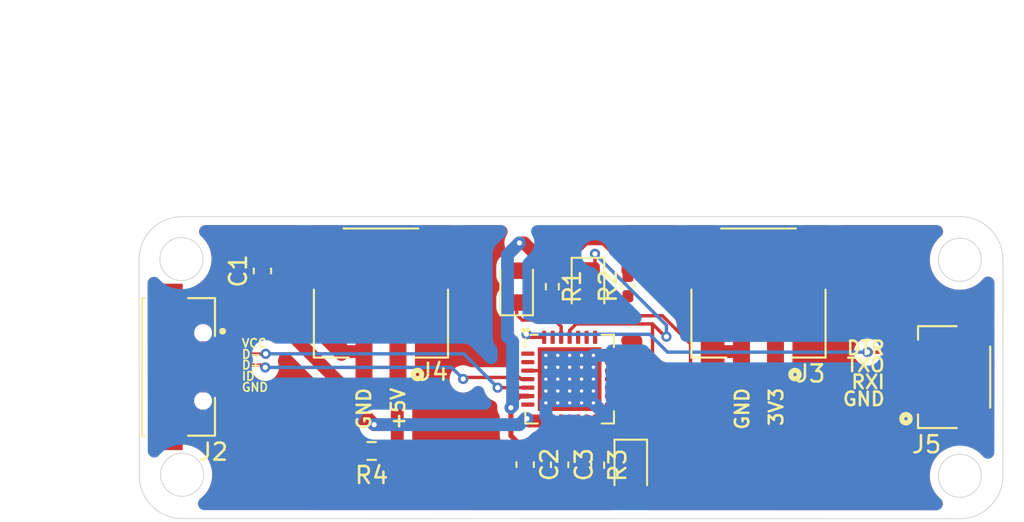
<source format=kicad_pcb>
(kicad_pcb (version 20241229) (generator "pcbnew") (generator_version "9.0")
  (layers (0 "F.Cu" signal) (2 "B.Cu" signal) (13 "F.Paste" user) (15 "B.Paste" user) (5 "F.SilkS" user "F.Silkscreen") (7 "B.SilkS" user "B.Silkscreen") (1 "F.Mask" user) (3 "B.Mask" user) (25 "Edge.Cuts" user))
  (net 0 "")
  (net 9 "GND")
  (net 10 "RXI")
  (net 11 "DTR")
  (net 12 "D+")
  (net 13 "Net-(D3-A)")
  (net 14 "Net-(D2-A)")
  (net 15 "TXO")
  (net 27 "D-")
  (net 28 "Net-(D1-A)")
  (net 29 "~{SUSPEND}")
  (net 30 "VDD")
  (net 31 "+5V")
  (net 32 "VCC")
  (footprint "Resistor_SMD:R_0603_1608Metric_Pad0.98x0.95mm_HandSolder" (layer "F.Cu") (at 33.7 33.8 180)
    (property "Reference" "R4" (at 0 -1.43 180) (layer "F.SilkS"))
    (property "Value" "470")
    (fp_line (start -0.254724 0.5225) (end 0.254724 0.5225) (stroke (width 0.12)) (layer "F.SilkS"))
    (fp_line (start -0.254724 -0.5225) (end 0.254724 -0.5225) (stroke (width 0.12)) (layer "F.SilkS"))
    (pad "1" smd roundrect (at -0.9125 0 180) (size 0.975 0.95) (layers "F.Cu" "F.Mask" "F.Paste") (net 31 "+5V"))
    (pad "2" smd roundrect (at 0.9125 0 180) (size 0.975 0.95) (layers "F.Cu" "F.Mask" "F.Paste") (net 32 "VCC"))
  )
  (footprint "Resistor_SMD:R_0402_1005Metric_Pad0.72x0.64mm_HandSolder" (layer "F.Cu") (at 44.34 24.1225 -90)
    (property "Reference" "R1" (at 0 -1.17 270) (layer "F.SilkS"))
    (property "Value" "1k")
    (fp_line (start -0.167621 0.38) (end 0.167621 0.38) (stroke (width 0.12)) (layer "F.SilkS"))
    (fp_line (start -0.167621 -0.38) (end 0.167621 -0.38) (stroke (width 0.12)) (layer "F.SilkS"))
    (pad "1" smd roundrect (at -0.5975 0 270) (size 0.715 0.64) (layers "F.Cu" "F.Mask" "F.Paste") (net 30 "VDD"))
    (pad "2" smd roundrect (at 0.5975 0 270) (size 0.715 0.64) (layers "F.Cu" "F.Mask" "F.Paste") (net 28 "Net-(D1-A)"))
  )
  (footprint "LED_SMD:LED_0805_2012Metric" (layer "F.Cu") (at 48.96 34.82 -90)
    (property "Reference" "D3" (hide yes))
    (property "Value" "LED" (hide yes))
    (fp_line (start -1.685 0.96) (end 1 0.96) (stroke (width 0.12)) (layer "F.SilkS"))
    (fp_line (start -1.685 -0.96) (end -1.685 0.96) (stroke (width 0.12)) (layer "F.SilkS"))
    (fp_line (start 1 -0.96) (end -1.685 -0.96) (stroke (width 0.12)) (layer "F.SilkS"))
    (pad "1" smd roundrect (at -0.9375 0 270) (size 0.975 1.4) (layers "F.Cu" "F.Mask" "F.Paste") (net 9 "GND"))
    (pad "2" smd roundrect (at 0.9375 0 270) (size 0.975 1.4) (layers "F.Cu" "F.Mask" "F.Paste") (net 13 "Net-(D3-A)"))
  )
  (footprint "Capacitor_SMD:C_0603_1608Metric_Pad1.08x0.95mm_HandSolder" (layer "F.Cu") (at 27.27 23.2 90)
    (property "Reference" "C1" (at 0 -1.43 90) (layer "F.SilkS"))
    (property "Value" "100nF")
    (fp_line (start -0.146267 -0.51) (end 0.146267 -0.51) (stroke (width 0.12)) (layer "F.SilkS"))
    (fp_line (start -0.146267 0.51) (end 0.146267 0.51) (stroke (width 0.12)) (layer "F.SilkS"))
    (pad "1" smd roundrect (at -0.8625 0 90) (size 1.075 0.95) (layers "F.Cu" "F.Mask" "F.Paste") (net 32 "VCC"))
    (pad "2" smd roundrect (at 0.8625 0 90) (size 1.075 0.95) (layers "F.Cu" "F.Mask" "F.Paste") (net 9 "GND"))
  )
  (footprint "Capacitor_SMD:C_0603_1608Metric_Pad1.08x0.95mm_HandSolder" (layer "F.Cu") (at 44.77 34.61 -90)
    (property "Reference" "C3" (at 0 -1.43 90) (layer "F.SilkS"))
    (property "Value" "100nF")
    (fp_line (start -0.146267 0.51) (end 0.146267 0.51) (stroke (width 0.12)) (layer "F.SilkS"))
    (fp_line (start -0.146267 -0.51) (end 0.146267 -0.51) (stroke (width 0.12)) (layer "F.SilkS"))
    (pad "1" smd roundrect (at -0.8625 0 270) (size 1.075 0.95) (layers "F.Cu" "F.Mask" "F.Paste") (net 32 "VCC"))
    (pad "2" smd roundrect (at 0.8625 0 270) (size 1.075 0.95) (layers "F.Cu" "F.Mask" "F.Paste") (net 9 "GND"))
  )
  (footprint "Resistor_SMD:R_0402_1005Metric_Pad0.72x0.64mm_HandSolder" (layer "F.Cu") (at 47.01 34.64 -90)
    (property "Reference" "R3" (at 0 -1.17 270) (layer "F.SilkS"))
    (property "Value" "1k")
    (fp_line (start -0.167621 0.38) (end 0.167621 0.38) (stroke (width 0.12)) (layer "F.SilkS"))
    (fp_line (start -0.167621 -0.38) (end 0.167621 -0.38) (stroke (width 0.12)) (layer "F.SilkS"))
    (pad "1" smd roundrect (at -0.5975 0 270) (size 0.715 0.64) (layers "F.Cu" "F.Mask" "F.Paste") (net 29 "~{SUSPEND}"))
    (pad "2" smd roundrect (at 0.5975 0 270) (size 0.715 0.64) (layers "F.Cu" "F.Mask" "F.Paste") (net 13 "Net-(D3-A)"))
  )
  (footprint "Package_DFN_QFN:QFN-28-1EP_5x5mm_P0.5mm_EP3.75x3.75mm_ThermalVias" (layer "F.Cu") (at 45.36 29.57)
    (property "Reference" "U1" (hide yes))
    (property "Value" "CP2102" (hide yes))
    (fp_line (start -2.61 -1.885) (end -2.61 -2.37) (stroke (width 0.12)) (layer "F.SilkS"))
    (fp_line (start -2.61 2.61) (end -2.61 1.885) (stroke (width 0.12)) (layer "F.SilkS"))
    (fp_line (start -1.885 -2.61) (end -2.31 -2.61) (stroke (width 0.12)) (layer "F.SilkS"))
    (fp_line (start -1.885 2.61) (end -2.61 2.61) (stroke (width 0.12)) (layer "F.SilkS"))
    (fp_line (start 1.885 -2.61) (end 2.61 -2.61) (stroke (width 0.12)) (layer "F.SilkS"))
    (fp_line (start 1.885 2.61) (end 2.61 2.61) (stroke (width 0.12)) (layer "F.SilkS"))
    (fp_line (start 2.61 -2.61) (end 2.61 -1.885) (stroke (width 0.12)) (layer "F.SilkS"))
    (fp_line (start 2.61 2.61) (end 2.61 1.885) (stroke (width 0.12)) (layer "F.SilkS"))
    (fp_poly (pts (xy -2.61 -2.61) (xy -2.85 -2.94) (xy -2.37 -2.94) (xy -2.61 -2.61)) (stroke (width 0.12)) (fill yes) (layer "F.SilkS"))
    (pad "1" smd roundrect (at -2.4625 -1.5) (size 0.775 0.25) (layers "F.Cu" "F.Mask" "F.Paste"))
    (pad "2" smd roundrect (at -2.4625 -1) (size 0.775 0.25) (layers "F.Cu" "F.Mask" "F.Paste"))
    (pad "3" smd roundrect (at -2.4625 -0.5) (size 0.775 0.25) (layers "F.Cu" "F.Mask" "F.Paste") (net 9 "GND"))
    (pad "4" smd roundrect (at -2.4625 0) (size 0.775 0.25) (layers "F.Cu" "F.Mask" "F.Paste") (net 12 "D+"))
    (pad "5" smd roundrect (at -2.4625 0.5) (size 0.775 0.25) (layers "F.Cu" "F.Mask" "F.Paste") (net 27 "D-"))
    (pad "6" smd roundrect (at -2.4625 1) (size 0.775 0.25) (layers "F.Cu" "F.Mask" "F.Paste") (net 30 "VDD"))
    (pad "7" smd roundrect (at -2.4625 1.5) (size 0.775 0.25) (layers "F.Cu" "F.Mask" "F.Paste"))
    (pad "8" smd roundrect (at -1.5 2.4625) (size 0.25 0.775) (layers "F.Cu" "F.Mask" "F.Paste") (net 32 "VCC"))
    (pad "9" smd roundrect (at -1 2.4625) (size 0.25 0.775) (layers "F.Cu" "F.Mask" "F.Paste") (net 32 "VCC"))
    (pad "10" smd roundrect (at -0.5 2.4625) (size 0.25 0.775) (layers "F.Cu" "F.Mask" "F.Paste"))
    (pad "11" smd roundrect (at 0 2.4625) (size 0.25 0.775) (layers "F.Cu" "F.Mask" "F.Paste") (net 29 "~{SUSPEND}"))
    (pad "12" smd roundrect (at 0.5 2.4625) (size 0.25 0.775) (layers "F.Cu" "F.Mask" "F.Paste"))
    (pad "13" smd roundrect (at 1 2.4625) (size 0.25 0.775) (layers "F.Cu" "F.Mask" "F.Paste"))
    (pad "14" smd roundrect (at 1.5 2.4625) (size 0.25 0.775) (layers "F.Cu" "F.Mask" "F.Paste"))
    (pad "15" smd roundrect (at 2.4625 1.5) (size 0.775 0.25) (layers "F.Cu" "F.Mask" "F.Paste"))
    (pad "16" smd roundrect (at 2.4625 1) (size 0.775 0.25) (layers "F.Cu" "F.Mask" "F.Paste"))
    (pad "17" smd roundrect (at 2.4625 0.5) (size 0.775 0.25) (layers "F.Cu" "F.Mask" "F.Paste"))
    (pad "18" smd roundrect (at 2.4625 0) (size 0.775 0.25) (layers "F.Cu" "F.Mask" "F.Paste"))
    (pad "19" smd roundrect (at 2.4625 -0.5) (size 0.775 0.25) (layers "F.Cu" "F.Mask" "F.Paste"))
    (pad "20" smd roundrect (at 2.4625 -1) (size 0.775 0.25) (layers "F.Cu" "F.Mask" "F.Paste"))
    (pad "21" smd roundrect (at 2.4625 -1.5) (size 0.775 0.25) (layers "F.Cu" "F.Mask" "F.Paste"))
    (pad "22" smd roundrect (at 1.5 -2.4625) (size 0.25 0.775) (layers "F.Cu" "F.Mask" "F.Paste"))
    (pad "23" smd roundrect (at 1 -2.4625) (size 0.25 0.775) (layers "F.Cu" "F.Mask" "F.Paste"))
    (pad "24" smd roundrect (at 0.5 -2.4625) (size 0.25 0.775) (layers "F.Cu" "F.Mask" "F.Paste"))
    (pad "25" smd roundrect (at 0 -2.4625) (size 0.25 0.775) (layers "F.Cu" "F.Mask" "F.Paste") (net 10 "RXI"))
    (pad "26" smd roundrect (at -0.5 -2.4625) (size 0.25 0.775) (layers "F.Cu" "F.Mask" "F.Paste") (net 15 "TXO"))
    (pad "27" smd roundrect (at -1 -2.4625) (size 0.25 0.775) (layers "F.Cu" "F.Mask" "F.Paste"))
    (pad "28" smd roundrect (at -1.5 -2.4625) (size 0.25 0.775) (layers "F.Cu" "F.Mask" "F.Paste") (net 11 "DTR"))
    (pad "29" thru_hole circle (at -1.4 -1.4) (size 0.5 0.5) (drill 0.2) (property pad_prop_heatsink) (layers "*.Cu") (net 9 "GND"))
    (pad "29" thru_hole circle (at -1.4 -0.7) (size 0.5 0.5) (drill 0.2) (property pad_prop_heatsink) (layers "*.Cu") (net 9 "GND"))
    (pad "29" thru_hole circle (at -1.4 0) (size 0.5 0.5) (drill 0.2) (property pad_prop_heatsink) (layers "*.Cu") (net 9 "GND"))
    (pad "29" thru_hole circle (at -1.4 0.7) (size 0.5 0.5) (drill 0.2) (property pad_prop_heatsink) (layers "*.Cu") (net 9 "GND"))
    (pad "29" thru_hole circle (at -1.4 1.4) (size 0.5 0.5) (drill 0.2) (property pad_prop_heatsink) (layers "*.Cu") (net 9 "GND"))
    (pad "29" thru_hole circle (at -0.7 -1.4) (size 0.5 0.5) (drill 0.2) (property pad_prop_heatsink) (layers "*.Cu") (net 9 "GND"))
    (pad "29" thru_hole circle (at -0.7 -0.7) (size 0.5 0.5) (drill 0.2) (property pad_prop_heatsink) (layers "*.Cu") (net 9 "GND"))
    (pad "29" thru_hole circle (at -0.7 0) (size 0.5 0.5) (drill 0.2) (property pad_prop_heatsink) (layers "*.Cu") (net 9 "GND"))
    (pad "29" thru_hole circle (at -0.7 0.7) (size 0.5 0.5) (drill 0.2) (property pad_prop_heatsink) (layers "*.Cu") (net 9 "GND"))
    (pad "29" thru_hole circle (at -0.7 1.4) (size 0.5 0.5) (drill 0.2) (property pad_prop_heatsink) (layers "*.Cu") (net 9 "GND"))
    (pad "29" thru_hole circle (at 0 -1.4) (size 0.5 0.5) (drill 0.2) (property pad_prop_heatsink) (layers "*.Cu") (net 9 "GND"))
    (pad "29" thru_hole circle (at 0 -0.7) (size 0.5 0.5) (drill 0.2) (property pad_prop_heatsink) (layers "*.Cu") (net 9 "GND"))
    (pad "29" thru_hole circle (at 0 0) (size 0.5 0.5) (drill 0.2) (property pad_prop_heatsink) (layers "*.Cu") (net 9 "GND"))
    (pad "29" smd rect (at 0 0) (size 3.3 3.3) (property pad_prop_heatsink) (layers "B.Cu") (net 9 "GND"))
    (pad "29" smd rect (at 0 0) (size 3.75 3.75) (property pad_prop_heatsink) (layers "F.Cu" "F.Mask") (net 9 "GND"))
    (pad "29" thru_hole circle (at 0 0.7) (size 0.5 0.5) (drill 0.2) (property pad_prop_heatsink) (layers "*.Cu") (net 9 "GND"))
    (pad "29" thru_hole circle (at 0 1.4) (size 0.5 0.5) (drill 0.2) (property pad_prop_heatsink) (layers "*.Cu") (net 9 "GND"))
    (pad "29" thru_hole circle (at 0.7 -1.4) (size 0.5 0.5) (drill 0.2) (property pad_prop_heatsink) (layers "*.Cu") (net 9 "GND"))
    (pad "29" thru_hole circle (at 0.7 -0.7) (size 0.5 0.5) (drill 0.2) (property pad_prop_heatsink) (layers "*.Cu") (net 9 "GND"))
    (pad "29" thru_hole circle (at 0.7 0) (size 0.5 0.5) (drill 0.2) (property pad_prop_heatsink) (layers "*.Cu") (net 9 "GND"))
    (pad "29" thru_hole circle (at 0.7 0.7) (size 0.5 0.5) (drill 0.2) (property pad_prop_heatsink) (layers "*.Cu") (net 9 "GND"))
    (pad "29" thru_hole circle (at 0.7 1.4) (size 0.5 0.5) (drill 0.2) (property pad_prop_heatsink) (layers "*.Cu") (net 9 "GND"))
    (pad "29" thru_hole circle (at 1.4 -1.4) (size 0.5 0.5) (drill 0.2) (property pad_prop_heatsink) (layers "*.Cu") (net 9 "GND"))
    (pad "29" thru_hole circle (at 1.4 -0.7) (size 0.5 0.5) (drill 0.2) (property pad_prop_heatsink) (layers "*.Cu") (net 9 "GND"))
    (pad "29" thru_hole circle (at 1.4 0) (size 0.5 0.5) (drill 0.2) (property pad_prop_heatsink) (layers "*.Cu") (net 9 "GND"))
    (pad "29" thru_hole circle (at 1.4 0.7) (size 0.5 0.5) (drill 0.2) (property pad_prop_heatsink) (layers "*.Cu") (net 9 "GND"))
    (pad "29" thru_hole circle (at 1.4 1.4) (size 0.5 0.5) (drill 0.2) (property pad_prop_heatsink) (layers "*.Cu") (net 9 "GND"))
  )
  (footprint "LED_SMD:LED_0805_2012Metric" (layer "F.Cu") (at 42.24 24.1225 90)
    (property "Reference" "D1" (hide yes))
    (property "Value" "LED" (hide yes))
    (fp_line (start 1 -0.96) (end -1.685 -0.96) (stroke (width 0.12)) (layer "F.SilkS"))
    (fp_line (start -1.685 -0.96) (end -1.685 0.96) (stroke (width 0.12)) (layer "F.SilkS"))
    (fp_line (start -1.685 0.96) (end 1 0.96) (stroke (width 0.12)) (layer "F.SilkS"))
    (pad "1" smd roundrect (at -0.9375 0 90) (size 0.975 1.4) (layers "F.Cu" "F.Mask" "F.Paste") (net 15 "TXO"))
    (pad "2" smd roundrect (at 0.9375 0 90) (size 0.975 1.4) (layers "F.Cu" "F.Mask" "F.Paste") (net 28 "Net-(D1-A)"))
  )
  (footprint "Capacitor_SMD:C_0603_1608Metric_Pad1.08x0.95mm_HandSolder" (layer "F.Cu") (at 42.74 34.6 -90)
    (property "Reference" "C2" (at 0 -1.43 90) (layer "F.SilkS"))
    (property "Value" "100nF")
    (fp_line (start -0.146267 0.51) (end 0.146267 0.51) (stroke (width 0.12)) (layer "F.SilkS"))
    (fp_line (start -0.146267 -0.51) (end 0.146267 -0.51) (stroke (width 0.12)) (layer "F.SilkS"))
    (pad "1" smd roundrect (at -0.8625 0 270) (size 1.075 0.95) (layers "F.Cu" "F.Mask" "F.Paste") (net 30 "VDD"))
    (pad "2" smd roundrect (at 0.8625 0 270) (size 1.075 0.95) (layers "F.Cu" "F.Mask" "F.Paste") (net 9 "GND"))
  )
  (footprint "Resistor_SMD:R_0402_1005Metric_Pad0.72x0.64mm_HandSolder" (layer "F.Cu") (at 48.79 24.09 90)
    (property "Reference" "R2" (at 0 -1.17 90) (layer "F.SilkS"))
    (property "Value" "1k")
    (fp_line (start -0.167621 -0.38) (end 0.167621 -0.38) (stroke (width 0.12)) (layer "F.SilkS"))
    (fp_line (start -0.167621 0.38) (end 0.167621 0.38) (stroke (width 0.12)) (layer "F.SilkS"))
    (pad "1" smd roundrect (at -0.5975 0 90) (size 0.715 0.64) (layers "F.Cu" "F.Mask" "F.Paste") (net 14 "Net-(D2-A)"))
    (pad "2" smd roundrect (at 0.5975 0 90) (size 0.715 0.64) (layers "F.Cu" "F.Mask" "F.Paste") (net 30 "VDD"))
  )
  (footprint "footprints:JST_SM04B-SRSS-TB_LF__SN_" (layer "F.Cu") (at 65.55 29.45 90)
    (property "Reference" "J5" (at -3.97 0.83 180) (layer "F.SilkS") (effects (font (size 1.001173 1.001173))))
    (property "Value" "SM04B-SRSS-TB_LF__SN_")
    (fp_line (start 3 0.325) (end 3 2.6) (stroke (width 0.127)) (layer "F.SilkS"))
    (fp_line (start 2.2 0.325) (end 3 0.325) (stroke (width 0.127)) (layer "F.SilkS"))
    (fp_line (start -2.2 0.325) (end -3 0.325) (stroke (width 0.127)) (layer "F.SilkS"))
    (fp_line (start -3 0.325) (end -3 2.6) (stroke (width 0.127)) (layer "F.SilkS"))
    (fp_line (start -1.8 4.575) (end 1.8 4.575) (stroke (width 0.127)) (layer "F.SilkS"))
    (fp_circle (center -2.45 -0.385) (end -2.35 -0.385) (stroke (width 0.3)) (fill no) (layer "F.SilkS"))
    (pad "1" smd rect (at 1.5 0 90) (size 0.6 1.55) (layers "F.Cu" "F.Mask" "F.Paste") (net 11 "DTR"))
    (pad "2" smd rect (at -0.5 0 90) (size 0.6 1.55) (layers "F.Cu" "F.Mask" "F.Paste") (net 10 "RXI"))
    (pad "3" smd rect (at 0.5 0 90) (size 0.6 1.55) (layers "F.Cu" "F.Mask" "F.Paste") (net 15 "TXO"))
    (pad "4" smd rect (at -1.5 0 90) (size 0.6 1.55) (layers "F.Cu" "F.Mask" "F.Paste") (net 9 "GND"))
    (pad "S1" smd rect (at -2.8 3.875 90) (size 1.2 1.8) (layers "F.Cu" "F.Mask" "F.Paste") (net 9 "GND"))
    (pad "S2" smd rect (at 2.8 3.875 90) (size 1.2 1.8) (layers "F.Cu" "F.Mask" "F.Paste") (net 9 "GND"))
  )
  (footprint "footprints:JST_S2B-PH-SM4-TB_LF__SN_" (layer "F.Cu") (at 56.48 27.95 180)
    (property "Reference" "J3" (at -3.07 -1.3 0) (layer "F.SilkS") (effects (font (size 1.002189 1.002189))))
    (property "Value" "S2B-PH-SM4-TB_LF__SN_")
    (fp_line (start 3.95 3.65) (end 3.95 -0.35) (stroke (width 0.127)) (layer "F.SilkS"))
    (fp_line (start 3.95 -0.35) (end 1.9 -0.35) (stroke (width 0.127)) (layer "F.SilkS"))
    (fp_line (start -1.9 -0.35) (end -3.95 -0.35) (stroke (width 0.127)) (layer "F.SilkS"))
    (fp_line (start -2.2 7.25) (end 2.2 7.25) (stroke (width 0.127)) (layer "F.SilkS"))
    (fp_line (start -3.95 -0.35) (end -3.95 3.65) (stroke (width 0.127)) (layer "F.SilkS"))
    (fp_circle (center -2.15 -1.35) (end -2.05 -1.35) (stroke (width 0.3)) (fill no) (layer "F.SilkS"))
    (pad "1" smd rect (at -1 0 180) (size 1 3.5) (layers "F.Cu" "F.Mask" "F.Paste") (net 30 "VDD"))
    (pad "2" smd rect (at 1 0 180) (size 1 3.5) (layers "F.Cu" "F.Mask" "F.Paste") (net 9 "GND"))
    (pad "S1" smd rect (at -3.35 5.75 180) (size 1.5 3.4) (layers "F.Cu" "F.Mask" "F.Paste") (net 9 "GND"))
    (pad "S2" smd rect (at 3.35 5.75 180) (size 1.5 3.4) (layers "F.Cu" "F.Mask" "F.Paste") (net 9 "GND"))
  )
  (footprint "LED_SMD:LED_0805_2012Metric" (layer "F.Cu") (at 46.44 24.11 -90)
    (property "Reference" "D2" (hide yes))
    (property "Value" "LED" (hide yes))
    (fp_line (start -1.685 0.96) (end 1 0.96) (stroke (width 0.12)) (layer "F.SilkS"))
    (fp_line (start -1.685 -0.96) (end -1.685 0.96) (stroke (width 0.12)) (layer "F.SilkS"))
    (fp_line (start 1 -0.96) (end -1.685 -0.96) (stroke (width 0.12)) (layer "F.SilkS"))
    (pad "1" smd roundrect (at -0.9375 0 270) (size 0.975 1.4) (layers "F.Cu" "F.Mask" "F.Paste") (net 10 "RXI"))
    (pad "2" smd roundrect (at 0.9375 0 270) (size 0.975 1.4) (layers "F.Cu" "F.Mask" "F.Paste") (net 14 "Net-(D2-A)"))
  )
  (footprint "footprints:JST_S2B-PH-SM4-TB_LF__SN_" (layer "F.Cu") (at 34.25 27.95 180)
    (property "Reference" "J4" (at -3.1 -1.2 0) (layer "F.SilkS") (effects (font (size 1.002189 1.002189))))
    (property "Value" "S2B-PH-SM4-TB_LF__SN_")
    (fp_line (start 3.95 3.65) (end 3.95 -0.35) (stroke (width 0.127)) (layer "F.SilkS"))
    (fp_line (start 3.95 -0.35) (end 1.9 -0.35) (stroke (width 0.127)) (layer "F.SilkS"))
    (fp_line (start -1.9 -0.35) (end -3.95 -0.35) (stroke (width 0.127)) (layer "F.SilkS"))
    (fp_line (start -2.2 7.25) (end 2.2 7.25) (stroke (width 0.127)) (layer "F.SilkS"))
    (fp_line (start -3.95 -0.35) (end -3.95 3.65) (stroke (width 0.127)) (layer "F.SilkS"))
    (fp_circle (center -2.15 -1.35) (end -2.05 -1.35) (stroke (width 0.3)) (fill no) (layer "F.SilkS"))
    (pad "1" smd rect (at -1 0 180) (size 1 3.5) (layers "F.Cu" "F.Mask" "F.Paste") (net 31 "+5V"))
    (pad "2" smd rect (at 1 0 180) (size 1 3.5) (layers "F.Cu" "F.Mask" "F.Paste") (net 9 "GND"))
    (pad "S1" smd rect (at -3.35 5.75 180) (size 1.5 3.4) (layers "F.Cu" "F.Mask" "F.Paste") (net 9 "GND"))
    (pad "S2" smd rect (at 3.35 5.75 180) (size 1.5 3.4) (layers "F.Cu" "F.Mask" "F.Paste") (net 9 "GND"))
  )
  (footprint "footprints:CUI_UJ2-MIBH-G-SMT-TR" (layer "F.Cu") (at 21.625 28.85 -90)
    (property "Reference" "J2" (at 5.00425 -2.755 0) (layer "F.SilkS"))
    (property "Value" "UJ2-MIBH-G-SMT-TR" (hide yes))
    (fp_line (start -4.05 1.45) (end 4.05 1.45) (stroke (width 0.127)) (layer "F.SilkS"))
    (fp_line (start 4.05 1.45) (end 4.05 1.27) (stroke (width 0.127)) (layer "F.SilkS"))
    (fp_line (start -4.05 1.27) (end -4.05 1.45) (stroke (width 0.127)) (layer "F.SilkS"))
    (fp_line (start -4.05 -1.27) (end -4.05 -2.85) (stroke (width 0.127)) (layer "F.SilkS"))
    (fp_line (start -4.05 -2.85) (end -1.82 -2.85) (stroke (width 0.127)) (layer "F.SilkS"))
    (fp_line (start 1.82 -2.85) (end 4.05 -2.85) (stroke (width 0.127)) (layer "F.SilkS"))
    (fp_line (start 4.05 -2.85) (end 4.05 -1.27) (stroke (width 0.127)) (layer "F.SilkS"))
    (fp_circle (center -2.1 -3.3) (end -2 -3.3) (stroke (width 0.2)) (fill no) (layer "F.SilkS"))
    (pad "" np_thru_hole circle (at -2 -2.15 270) (size 0.55 0.55) (drill 0.55) (layers "*.Cu" "*.Mask"))
    (pad "" np_thru_hole circle (at 2 -2.15 270) (size 0.55 0.55) (drill 0.55) (layers "*.Cu" "*.Mask"))
    (pad "1" smd rect (at -1.3 -2.675 270) (size 0.4 1.35) (layers "F.Cu" "F.Mask" "F.Paste") (net 32 "VCC"))
    (pad "2" smd rect (at -0.65 -2.675 270) (size 0.4 1.35) (layers "F.Cu" "F.Mask" "F.Paste") (net 27 "D-"))
    (pad "3" smd rect (at 0 -2.675 270) (size 0.4 1.35) (layers "F.Cu" "F.Mask" "F.Paste") (net 12 "D+"))
    (pad "4" smd rect (at 0.65 -2.675 270) (size 0.4 1.35) (layers "F.Cu" "F.Mask" "F.Paste"))
    (pad "5" smd rect (at -3.95 0 270) (size 1.9 1.9) (layers "F.Cu" "F.Mask" "F.Paste") (net 9 "GND"))
    (pad "5" smd rect (at -1.2 0 270) (size 1.9 1.9) (layers "F.Cu" "F.Mask" "F.Paste") (net 9 "GND"))
    (pad "5" smd rect (at 1.2 0 270) (size 1.9 1.9) (layers "F.Cu" "F.Mask" "F.Paste") (net 9 "GND"))
    (pad "5" smd rect (at 1.3 -2.675 270) (size 0.4 1.35) (layers "F.Cu" "F.Mask" "F.Paste") (net 9 "GND"))
    (pad "5" smd rect (at 3.95 0 270) (size 1.9 1.9) (layers "F.Cu" "F.Mask" "F.Paste") (net 9 "GND"))
  )
  (gr_circle (center 22.5 22.5) (end 23.77 22.5) (stroke (width 0.05)) (fill no) (layer "Edge.Cuts"))
  (gr_circle (center 68.34 35.26) (end 69.61 35.26) (stroke (width 0.05)) (fill no) (layer "Edge.Cuts"))
  (gr_circle (center 22.54 35.2) (end 23.81 35.2) (stroke (width 0.05)) (fill no) (layer "Edge.Cuts"))
  (gr_line (start 68.34 20) (end 22.54 20) (stroke (width 0.05)) (layer "Edge.Cuts"))
  (gr_circle (center 68.34 22.54) (end 69.61 22.54) (stroke (width 0.05)) (fill no) (layer "Edge.Cuts"))
  (gr_line (start 20 22.54) (end 20.02 35.26) (stroke (width 0.05)) (layer "Edge.Cuts"))
  (gr_arc (start 20 22.54) (mid 20.743949 20.743949) (end 22.54 20) (stroke (width 0.05)) (layer "Edge.Cuts"))
  (gr_arc (start 70.86998 35.240039) (mid 70.143081 37.034851) (end 68.359961 37.78998) (stroke (width 0.05)) (layer "Edge.Cuts"))
  (gr_arc (start 68.34 20) (mid 70.136051 20.743949) (end 70.88 22.54) (stroke (width 0.05)) (layer "Edge.Cuts"))
  (gr_arc (start 22.54 37.78) (mid 20.758091 37.041909) (end 20.02 35.26) (stroke (width 0.05)) (layer "Edge.Cuts"))
  (gr_line (start 70.869979 35.240039) (end 70.88 22.54) (stroke (width 0.05)) (layer "Edge.Cuts"))
  (gr_line (start 22.54 37.78) (end 68.359961 37.78998) (stroke (width 0.05)) (layer "Edge.Cuts"))
  (gr_text "D+" (at 26 28.74 0) (layer "F.SilkS") (effects (font (size 0.5 0.5) (thickness 0.1) (bold yes)) (justify left)))
  (gr_text "VCC" (at 26 27.46 0) (layer "F.SilkS") (effects (font (size 0.5 0.5) (thickness 0.1) (bold yes)) (justify left)))
  (gr_text "D-" (at 26 28.11 0) (layer "F.SilkS") (effects (font (size 0.5 0.5) (thickness 0.1) (bold yes)) (justify left)))
  (gr_text "RXI" (at 64 29.74 0) (layer "F.SilkS") (effects (font (size 0.8 0.8)) (justify right)))
  (gr_text "GND" (at 26 30.05 0) (layer "F.SilkS") (effects (font (size 0.5 0.5) (thickness 0.1) (bold yes)) (justify left)))
  (gr_text "3V3" (at 57.52 30 90) (layer "F.SilkS") (effects (font (size 0.8 0.8)) (justify right)))
  (gr_text "GND" (at 64 30.74 0) (layer "F.SilkS") (effects (font (size 0.8 0.8)) (justify right)))
  (gr_text "TXO" (at 64 28.74 0) (layer "F.SilkS") (effects (font (size 0.8 0.8)) (justify right)))
  (gr_text "ID" (at 26 29.4 0) (layer "F.SilkS") (effects (font (size 0.5 0.5) (thickness 0.1) (bold yes)) (justify left)))
  (gr_text "GND" (at 33.25 30 90) (layer "F.SilkS") (effects (font (size 0.8 0.8)) (justify right)))
  (gr_text "GND" (at 55.52 30 90) (layer "F.SilkS") (effects (font (size 0.8 0.8)) (justify right)))
  (gr_text "+5V\n" (at 35.26 30 90) (layer "F.SilkS") (effects (font (size 0.8 0.8)) (justify right)))
  (gr_text "DTR" (at 64 27.74 0) (layer "F.SilkS") (effects (font (size 0.8 0.8)) (justify right)))
  (segment (start 42.8975 29.07) (end 43.76 29.07) (width 0.2) (layer "F.Cu") (net 9))
  (segment (start 46.76 30.97) (end 46.79 31) (width 0.76) (layer "F.Cu") (net 9))
  (segment (start 43.76 29.07) (end 43.96 28.87) (width 0.2) (layer "F.Cu") (net 9))
  (segment (start 46.79 31) (end 46.8 31) (width 0.76) (layer "F.Cu") (net 9))
  (segment (start 46.76 28.17) (end 47.88 28.17) (width 0.76) (layer "B.Cu") (net 9))
  (segment (start 43.96 31.76) (end 44.2 32) (width 0.76) (layer "B.Cu") (net 9))
  (segment (start 47.49 31.7) (end 47.8 31.7) (width 0.76) (layer "B.Cu") (net 9))
  (segment (start 47.88 28.17) (end 48.1 27.95) (width 0.76) (layer "B.Cu") (net 9))
  (segment (start 43.96 30.97) (end 43.96 31.76) (width 0.76) (layer "B.Cu") (net 9))
  (segment (start 46.76 30.97) (end 47.49 31.7) (width 0.76) (layer "B.Cu") (net 9))
  (segment (start 50.99 27.07) (end 51.06 27.07) (width 0.2) (layer "F.Cu") (net 10))
  (segment (start 50.24 29.7671) (end 53.1139 32.641) (width 0.2) (layer "F.Cu") (net 10))
  (segment (start 45.36 26.704202) (end 45.744202 26.32) (width 0.2) (layer "F.Cu") (net 10))
  (segment (start 50.24 26.32) (end 50.99 27.07) (width 0.2) (layer "F.Cu") (net 10))
  (segment (start 53.1139 32.641) (end 61.4791 32.641) (width 0.2) (layer "F.Cu") (net 10))
  (segment (start 46.851985 22.760515) (end 46.44 23.1725) (width 0.2) (layer "F.Cu") (net 10))
  (segment (start 45.744202 26.32) (end 50.24 26.32) (width 0.2) (layer "F.Cu") (net 10))
  (segment (start 64.1401 29.98) (end 65.52 29.98) (width 0.2) (layer "F.Cu") (net 10))
  (segment (start 61.4791 32.641) (end 64.1401 29.98) (width 0.2) (layer "F.Cu") (net 10))
  (segment (start 50.24 26.32) (end 50.24 29.7671) (width 0.2) (layer "F.Cu") (net 10))
  (segment (start 45.36 27.1075) (end 45.36 26.704202) (width 0.2) (layer "F.Cu") (net 10))
  (segment (start 46.851985 22.19) (end 46.851985 22.760515) (width 0.2) (layer "F.Cu") (net 10))
  (segment (start 65.52 29.98) (end 65.55 29.95) (width 0.2) (layer "F.Cu") (net 10))
  (via (at 46.851985 22.19) (size 0.6) (drill 0.3) (layers "F.Cu" "B.Cu") (net 10))
  (via (at 51.06 27.07) (size 0.6) (drill 0.3) (layers "F.Cu" "B.Cu") (net 10))
  (segment (start 51.06 27.07) (end 51.06 26.398015) (width 0.2) (layer "B.Cu") (net 10))
  (segment (start 51.06 26.398015) (end 46.851985 22.19) (width 0.2) (layer "B.Cu") (net 10))
  (segment (start 42.9975 27.1075) (end 42.82 26.93) (width 0.2) (layer "F.Cu") (net 11))
  (segment (start 62.9 27.98) (end 65.52 27.98) (width 0.2) (layer "F.Cu") (net 11))
  (segment (start 65.52 27.98) (end 65.55 27.95) (width 0.2) (layer "F.Cu") (net 11))
  (segment (start 43.86 27.1075) (end 42.9975 27.1075) (width 0.2) (layer "F.Cu") (net 11))
  (via (at 42.82 26.93) (size 0.6) (drill 0.3) (layers "F.Cu" "B.Cu") (net 11))
  (via (at 62.9 27.98) (size 0.6) (drill 0.3) (layers "F.Cu" "B.Cu") (net 11))
  (segment (start 50.070057 26.93) (end 51.120057 27.98) (width 0.2) (layer "B.Cu") (net 11))
  (segment (start 51.120057 27.98) (end 62.9 27.98) (width 0.2) (layer "B.Cu") (net 11))
  (segment (start 42.82 26.93) (end 50.070057 26.93) (width 0.2) (layer "B.Cu") (net 11))
  (segment (start 42.494202 29.57) (end 42.8975 29.57) (width 0.2) (layer "F.Cu") (net 12))
  (segment (start 27.303539 28.74575) (end 27.437474 28.879685) (width 0.2) (layer "F.Cu") (net 12))
  (segment (start 39.09 29.56) (end 39.181 29.469) (width 0.2) (layer "F.Cu") (net 12))
  (segment (start 39.181 29.469) (end 42.393202 29.469) (width 0.2) (layer "F.Cu") (net 12))
  (segment (start 25.07 28.74575) (end 27.303539 28.74575) (width 0.2) (layer "F.Cu") (net 12))
  (segment (start 42.393202 29.469) (end 42.494202 29.57) (width 0.2) (layer "F.Cu") (net 12))
  (via (at 27.437474 28.879685) (size 0.6) (drill 0.3) (layers "F.Cu" "B.Cu") (net 12))
  (via (at 39.09 29.56) (size 0.6) (drill 0.3) (layers "F.Cu" "B.Cu") (net 12))
  (segment (start 38.409685 28.879685) (end 39.09 29.56) (width 0.2) (layer "B.Cu") (net 12))
  (segment (start 27.437474 28.879685) (end 38.409685 28.879685) (width 0.2) (layer "B.Cu") (net 12))
  (segment (start 47.0425 35.585) (end 48.345 35.585) (width 0.2) (layer "F.Cu") (net 13))
  (segment (start 48.4675 35.7075) (end 48.4675 35.735) (width 0.2) (layer "F.Cu") (net 13))
  (segment (start 48.49 35.7575) (end 48.96 35.7575) (width 0.2) (layer "F.Cu") (net 13))
  (segment (start 48.34 35.6025) (end 48.37 35.6325) (width 0.2) (layer "F.Cu") (net 13))
  (segment (start 47.01 35.5525) (end 47.0425 35.585) (width 0.2) (layer "F.Cu") (net 13))
  (segment (start 48.4675 35.735) (end 48.49 35.7575) (width 0.2) (layer "F.Cu") (net 13))
  (segment (start 48.345 35.585) (end 48.4675 35.7075) (width 0.2) (layer "F.Cu") (net 13))
  (segment (start 48.745 25.0475) (end 48.79 25.0025) (width 0.2) (layer "F.Cu") (net 14))
  (segment (start 46.44 25.0475) (end 48.745 25.0475) (width 0.2) (layer "F.Cu") (net 14))
  (segment (start 42.57 26.0925) (end 44.48 26.0925) (width 0.2) (layer "F.Cu") (net 15))
  (segment (start 44.964 25.836) (end 50.824 25.836) (width 0.2) (layer "F.Cu") (net 15))
  (segment (start 50.824 25.836) (end 52.48 27.492) (width 0.2) (layer "F.Cu") (net 15))
  (segment (start 61.135 32.24) (end 64.395 28.98) (width 0.2) (layer "F.Cu") (net 15))
  (segment (start 44.9515 25.8485) (end 44.964 25.836) (width 0.2) (layer "F.Cu") (net 15))
  (segment (start 53.28 32.24) (end 61.135 32.24) (width 0.2) (layer "F.Cu") (net 15))
  (segment (start 42.24 25.7625) (end 42.57 26.0925) (width 0.2) (layer "F.Cu") (net 15))
  (segment (start 44.724 25.8485) (end 44.9515 25.8485) (width 0.2) (layer "F.Cu") (net 15))
  (segment (start 44.86 26.4725) (end 44.86 27.1075) (width 0.2) (layer "F.Cu") (net 15))
  (segment (start 44.48 26.0925) (end 44.724 25.8485) (width 0.2) (layer "F.Cu") (net 15))
  (segment (start 44.48 26.0925) (end 44.86 26.4725) (width 0.2) (layer "F.Cu") (net 15))
  (segment (start 65.52 28.98) (end 65.55 28.95) (width 0.2) (layer "F.Cu") (net 15))
  (segment (start 52.48 31.44) (end 53.28 32.24) (width 0.2) (layer "F.Cu") (net 15))
  (segment (start 64.395 28.98) (end 65.52 28.98) (width 0.2) (layer "F.Cu") (net 15))
  (segment (start 42.24 25.06) (end 42.24 25.7625) (width 0.2) (layer "F.Cu") (net 15))
  (segment (start 52.48 27.492) (end 52.48 31.44) (width 0.2) (layer "F.Cu") (net 15))
  (segment (start 27.44425 28.09575) (end 27.46 28.08) (width 0.2) (layer "F.Cu") (net 27))
  (segment (start 25.07 28.09575) (end 27.44425 28.09575) (width 0.2) (layer "F.Cu") (net 27))
  (segment (start 41.12 30.07) (end 42.8975 30.07) (width 0.2) (layer "F.Cu") (net 27))
  (via (at 41.12 30.07) (size 0.6) (drill 0.3) (layers "F.Cu" "B.Cu") (net 27))
  (via (at 27.46 28.08) (size 0.6) (drill 0.3) (layers "F.Cu" "B.Cu") (net 27))
  (segment (start 39.13 28.08) (end 41.12 30.07) (width 0.2) (layer "B.Cu") (net 27))
  (segment (start 27.46 28.08) (end 39.13 28.08) (width 0.2) (layer "B.Cu") (net 27))
  (segment (start 42.24 23.185) (end 44.09 25.035) (width 0.25) (layer "F.Cu") (net 28))
  (segment (start 44.09 25.035) (end 44.34 25.035) (width 0.25) (layer "F.Cu") (net 28))
  (segment (start 46.966702 34.0425) (end 47.01 34.0425) (width 0.2) (layer "F.Cu") (net 29))
  (segment (start 45.36 32.435798) (end 45.36 32.0325) (width 0.2) (layer "F.Cu") (net 29))
  (segment (start 45.36 32.435798) (end 46.966702 34.0425) (width 0.2) (layer "F.Cu") (net 29))
  (segment (start 46.241 21.309) (end 47.434 21.309) (width 0.76) (layer "F.Cu") (net 30))
  (segment (start 41.9 31.09349) (end 41.9 31.25) (width 0.3) (layer "F.Cu") (net 30))
  (segment (start 44.015 23.185) (end 44.04 23.21) (width 0.2) (layer "F.Cu") (net 30))
  (segment (start 44.315 23.185) (end 44.34 23.21) (width 0.2) (layer "F.Cu") (net 30))
  (segment (start 42.4 21.55) (end 42.68 21.55) (width 0.76) (layer "F.Cu") (net 30))
  (segment (start 44.34 23.21) (end 46.241 21.309) (width 0.76) (layer "F.Cu") (net 30))
  (segment (start 52.937 25.309) (end 56.561 25.309) (width 0.76) (layer "F.Cu") (net 30))
  (segment (start 56.561 25.309) (end 57.48 26.228) (width 0.76) (layer "F.Cu") (net 30))
  (segment (start 47.434 21.309) (end 48.79 22.665) (width 0.76) (layer "F.Cu") (net 30))
  (segment (start 48.79 22.665) (end 48.79 23.1775) (width 0.76) (layer "F.Cu") (net 30))
  (segment (start 42.68 21.55) (end 44.34 23.21) (width 0.76) (layer "F.Cu") (net 30))
  (segment (start 42.8975 30.57) (end 42.42349 30.57) (width 0.3) (layer "F.Cu") (net 30))
  (segment (start 48.79 23.1775) (end 50.8055 23.1775) (width 0.76) (layer "F.Cu") (net 30))
  (segment (start 41.9 31.25) (end 41.9 32.8975) (width 0.3) (layer "F.Cu") (net 30))
  (segment (start 41.9 32.8975) (end 42.74 33.7375) (width 0.3) (layer "F.Cu") (net 30))
  (segment (start 50.8055 23.1775) (end 52.937 25.309) (width 0.76) (layer "F.Cu") (net 30))
  (segment (start 57.48 26.228) (end 57.48 27.95) (width 0.76) (layer "F.Cu") (net 30))
  (segment (start 42.42349 30.57) (end 41.9 31.09349) (width 0.3) (layer "F.Cu") (net 30))
  (via (at 42.4 21.55) (size 0.6) (drill 0.3) (layers "F.Cu" "B.Cu") (net 30))
  (via (at 41.9 31.25) (size 0.6) (drill 0.3) (layers "F.Cu" "B.Cu") (net 30))
  (segment (start 41.7 27.055923) (end 41.7 22.25) (width 0.76) (layer "B.Cu") (net 30))
  (segment (start 41.9 31.25) (end 42.001 31.149) (width 0.76) (layer "B.Cu") (net 30))
  (segment (start 42.001 31.149) (end 42.001 27.356923) (width 0.76) (layer "B.Cu") (net 30))
  (segment (start 41.7 22.25) (end 42.4 21.55) (width 0.76) (layer "B.Cu") (net 30))
  (segment (start 42.001 27.356923) (end 41.7 27.055923) (width 0.76) (layer "B.Cu") (net 30))
  (segment (start 35.25 27.95) (end 35.21 27.99) (width 0.76) (layer "F.Cu") (net 31))
  (segment (start 35.21 27.99) (end 35.21 33.7525) (width 0.76) (layer "F.Cu") (net 31))
  (segment (start 35.21 33.7525) (end 35.1625 33.8) (width 0.76) (layer "F.Cu") (net 31))
  (segment (start 33.5 31.9) (end 33.85 32.25) (width 0.76) (layer "F.Cu") (net 32))
  (segment (start 42.85 31.9) (end 42.9825 32.0325) (width 0.76) (layer "F.Cu") (net 32))
  (segment (start 25.375 27.2) (end 27.27 25.305) (width 0.76) (layer "F.Cu") (net 32))
  (segment (start 24.3 27.55) (end 24.55 27.55) (width 0.5) (layer "F.Cu") (net 32))
  (segment (start 27.27 25.245) (end 27.27 24.0625) (width 0.76) (layer "F.Cu") (net 32))
  (segment (start 44.154 32.0325) (end 44.154 33.1315) (width 0.76) (layer "F.Cu") (net 32))
  (segment (start 44.154 33.1315) (end 44.77 33.7475) (width 0.76) (layer "F.Cu") (net 32))
  (segment (start 32.2375 31.9) (end 32.2375 33.8) (width 0.76) (layer "F.Cu") (net 32))
  (segment (start 42.9825 32.0325) (end 43.86 32.0325) (width 0.76) (layer "F.Cu") (net 32))
  (segment (start 24.55 27.55) (end 24.9 27.2) (width 0.5) (layer "F.Cu") (net 32))
  (segment (start 27.27 25.305) (end 27.27 24.0625) (width 0.76) (layer "F.Cu") (net 32))
  (segment (start 24.9 27.2) (end 25.375 27.2) (width 0.76) (layer "F.Cu") (net 32))
  (segment (start 43.86 32.0325) (end 44.154 32.0325) (width 0.76) (layer "F.Cu") (net 32))
  (segment (start 32.2375 30.2125) (end 32.2375 31.9) (width 0.76) (layer "F.Cu") (net 32))
  (segment (start 32.2375 30.2125) (end 27.27 25.245) (width 0.76) (layer "F.Cu") (net 32))
  (segment (start 32.2375 31.9) (end 33.5 31.9) (width 0.76) (layer "F.Cu") (net 32))
  (via (at 33.85 32.25) (size 0.6) (drill 0.3) (layers "F.Cu" "B.Cu") (net 32))
  (via (at 42.85 31.9) (size 0.6) (drill 0.3) (layers "F.Cu" "B.Cu") (net 32))
  (segment (start 42.85 31.9) (end 42.75 31.9) (width 0.76) (layer "B.Cu") (net 32))
  (segment (start 42.4 32.25) (end 33.85 32.25) (width 0.76) (layer "B.Cu") (net 32))
  (segment (start 42.75 31.9) (end 42.4 32.25) (width 0.76) (layer "B.Cu") (net 32))
  (zone (net 9) (net_name "GND") (layer "F.Cu") (connect_pads (clearance 0.5)) (min_thickness 0.76) (fill yes (thermal_gap 0.5) (thermal_bridge_width 0.76))
    (polygon (pts (xy 20 20) (xy 71 20) (xy 71 38) (xy 20 38)))
  )
  (zone (net 9) (net_name "GND") (layer "B.Cu") (priority 1) (connect_pads (clearance 0.5)) (min_thickness 0.76) (fill yes (thermal_gap 0.5) (thermal_bridge_width 0.76))
    (polygon (pts (xy 20 20) (xy 71 20) (xy 71 38) (xy 20 38)))
  )
)
</source>
